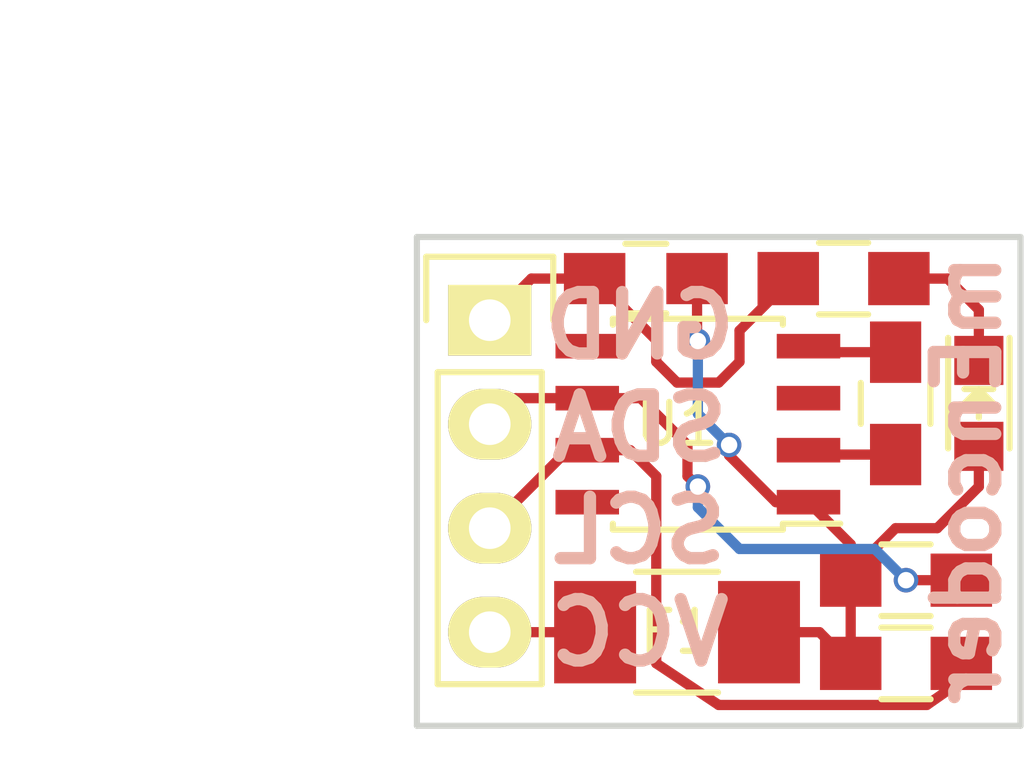
<source format=kicad_pcb>

(kicad_pcb
  (version 4)
  (host pcbnew 4.0.2-stable)
  (general
    (links 15)
    (no_connects 0)
    (area 114.986999 100.508999 129.869001 112.597001)
    (thickness 1.6)
    (drawings 11)
    (tracks 59)
    (zones 0)
    (modules 9)
    (nets 9))
  (page A4)
  (title_block
    (title mEncoder)
    (date 2016-06-24)
    (rev 0.1)
    (company techfortrade))
  (layers
    (0 F.Cu signal)
    (31 B.Cu signal)
    (32 B.Adhes user)
    (33 F.Adhes user)
    (34 B.Paste user)
    (35 F.Paste user)
    (36 B.SilkS user)
    (37 F.SilkS user)
    (38 B.Mask user)
    (39 F.Mask user)
    (40 Dwgs.User user)
    (41 Cmts.User user)
    (42 Eco1.User user)
    (43 Eco2.User user)
    (44 Edge.Cuts user)
    (45 Margin user)
    (46 B.CrtYd user)
    (47 F.CrtYd user)
    (48 B.Fab user)
    (49 F.Fab user))
  (setup
    (last_trace_width 0.25)
    (trace_clearance 0.2)
    (zone_clearance 0.508)
    (zone_45_only no)
    (trace_min 0.2)
    (segment_width 0.2)
    (edge_width 0.15)
    (via_size 0.6)
    (via_drill 0.4)
    (via_min_size 0.7)
    (via_min_drill 0.3)
    (uvia_size 0.3)
    (uvia_drill 0.1)
    (uvias_allowed no)
    (uvia_min_size 0)
    (uvia_min_drill 0)
    (pcb_text_width 0.3)
    (pcb_text_size 1.5 1.5)
    (mod_edge_width 0.15)
    (mod_text_size 1 1)
    (mod_text_width 0.15)
    (pad_size 1.524 1.524)
    (pad_drill 0.762)
    (pad_to_mask_clearance 0.2)
    (aux_axis_origin 0 0)
    (visible_elements FFFEFF7F)
    (pcbplotparams
      (layerselection 0x00030_80000001)
      (usegerberextensions false)
      (excludeedgelayer true)
      (linewidth 0.1)
      (plotframeref false)
      (viasonmask false)
      (mode 1)
      (useauxorigin false)
      (hpglpennumber 1)
      (hpglpenspeed 20)
      (hpglpendiameter 15)
      (hpglpenoverlay 2)
      (psnegative false)
      (psa4output false)
      (plotreference true)
      (plotvalue true)
      (plotinvisibletext false)
      (padsonsilk false)
      (subtractmaskfromsilk false)
      (outputformat 1)
      (mirror false)
      (drillshape 1)
      (scaleselection 1)
      (outputdirectory "")))
  (net 0 "")
  (net 1 "Net-(3V3C1-Pad1)")
  (net 2 "Net-(3V3C1-Pad2)")
  (net 3 VCC)
  (net 4 "Net-(D3-Pad1)")
  (net 5 +5V)
  (net 6 GND)
  (net 7 "Net-(P1-Pad2)")
  (net 8 "Net-(P1-Pad3)")
  (net_class Default "This is the default net class."
    (clearance 0.2)
    (trace_width 0.25)
    (via_dia 0.6)
    (via_drill 0.4)
    (uvia_dia 0.3)
    (uvia_drill 0.1)
    (add_net +5V)
    (add_net GND)
    (add_net "Net-(3V3C1-Pad1)")
    (add_net "Net-(3V3C1-Pad2)")
    (add_net "Net-(D3-Pad1)")
    (add_net "Net-(P1-Pad2)")
    (add_net "Net-(P1-Pad3)")
    (add_net VCC))
  (module Capacitors_SMD:C_0805_HandSoldering
    (layer F.Cu)
    (tedit 576B2923)
    (tstamp 576B25A5)
    (at 126.746 104.648 270)
    (descr "Capacitor SMD 0805, hand soldering")
    (tags "capacitor 0805")
    (path /576B11A4)
    (attr smd)
    (fp_text reference 3V3C1
      (at 0 -2.1 270)
      (layer F.SilkS) hide
      (effects
        (font
          (size 1 1)
          (thickness 0.15))))
    (fp_text value C
      (at 0 2.1 270)
      (layer F.Fab)
      (effects
        (font
          (size 1 1)
          (thickness 0.15))))
    (fp_line
      (start -2.3 -1)
      (end 2.3 -1)
      (layer F.CrtYd)
      (width 0.05))
    (fp_line
      (start -2.3 1)
      (end 2.3 1)
      (layer F.CrtYd)
      (width 0.05))
    (fp_line
      (start -2.3 -1)
      (end -2.3 1)
      (layer F.CrtYd)
      (width 0.05))
    (fp_line
      (start 2.3 -1)
      (end 2.3 1)
      (layer F.CrtYd)
      (width 0.05))
    (fp_line
      (start 0.5 -0.85)
      (end -0.5 -0.85)
      (layer F.SilkS)
      (width 0.15))
    (fp_line
      (start -0.5 0.85)
      (end 0.5 0.85)
      (layer F.SilkS)
      (width 0.15))
    (pad 1 smd rect
      (at -1.25 0 270)
      (size 1.5 1.25)
      (layers F.Cu F.Paste F.Mask)
      (net 1 "Net-(3V3C1-Pad1)"))
    (pad 2 smd rect
      (at 1.25 0 270)
      (size 1.5 1.25)
      (layers F.Cu F.Paste F.Mask)
      (net 2 "Net-(3V3C1-Pad2)"))
    (model Capacitors_SMD.3dshapes/C_0805_HandSoldering.wrl
      (at
        (xyz 0 0 0))
      (scale
        (xyz 1 1 1))
      (rotate
        (xyz 0 0 0))))
  (module LEDs:LED_0805
    (layer F.Cu)
    (tedit 576B2902)
    (tstamp 576B25AB)
    (at 128.778 104.648 270)
    (descr "LED 0805 smd package")
    (tags "LED 0805 SMD")
    (path /576B5906)
    (attr smd)
    (fp_text reference D3
      (at 0 -1.75 270)
      (layer F.SilkS) hide
      (effects
        (font
          (size 1 1)
          (thickness 0.15))))
    (fp_text value LED:POWER
      (at 0 1.75 270)
      (layer F.Fab)
      (effects
        (font
          (size 1 1)
          (thickness 0.15))))
    (fp_line
      (start -1.6 0.75)
      (end 1.1 0.75)
      (layer F.SilkS)
      (width 0.15))
    (fp_line
      (start -1.6 -0.75)
      (end 1.1 -0.75)
      (layer F.SilkS)
      (width 0.15))
    (fp_line
      (start -0.1 0.15)
      (end -0.1 -0.1)
      (layer F.SilkS)
      (width 0.15))
    (fp_line
      (start -0.1 -0.1)
      (end -0.25 0.05)
      (layer F.SilkS)
      (width 0.15))
    (fp_line
      (start -0.35 -0.35)
      (end -0.35 0.35)
      (layer F.SilkS)
      (width 0.15))
    (fp_line
      (start 0 0)
      (end 0.35 0)
      (layer F.SilkS)
      (width 0.15))
    (fp_line
      (start -0.35 0)
      (end 0 -0.35)
      (layer F.SilkS)
      (width 0.15))
    (fp_line
      (start 0 -0.35)
      (end 0 0.35)
      (layer F.SilkS)
      (width 0.15))
    (fp_line
      (start 0 0.35)
      (end -0.35 0)
      (layer F.SilkS)
      (width 0.15))
    (fp_line
      (start 1.9 -0.95)
      (end 1.9 0.95)
      (layer F.CrtYd)
      (width 0.05))
    (fp_line
      (start 1.9 0.95)
      (end -1.9 0.95)
      (layer F.CrtYd)
      (width 0.05))
    (fp_line
      (start -1.9 0.95)
      (end -1.9 -0.95)
      (layer F.CrtYd)
      (width 0.05))
    (fp_line
      (start -1.9 -0.95)
      (end 1.9 -0.95)
      (layer F.CrtYd)
      (width 0.05))
    (pad 2 smd rect
      (at 1.04902 0 90)
      (size 1.19888 1.19888)
      (layers F.Cu F.Paste F.Mask)
      (net 3 VCC))
    (pad 1 smd rect
      (at -1.04902 0 90)
      (size 1.19888 1.19888)
      (layers F.Cu F.Paste F.Mask)
      (net 4 "Net-(D3-Pad1)"))
    (model LEDs.3dshapes/LED_0805.wrl
      (at
        (xyz 0 0 0))
      (scale
        (xyz 1 1 1))
      (rotate
        (xyz 0 0 0))))
  (module Capacitors_SMD:C_1210_HandSoldering
    (layer F.Cu)
    (tedit 576B28C4)
    (tstamp 576B25B1)
    (at 121.412 110.236 180)
    (descr "Capacitor SMD 1210, hand soldering")
    (tags "capacitor 1210")
    (path /576B10C0)
    (attr smd)
    (fp_text reference F1
      (at 0 0 180)
      (layer F.SilkS)
      (effects
        (font
          (size 1 1)
          (thickness 0.15))))
    (fp_text value FP_Small
      (at 0 2.7 180)
      (layer F.Fab)
      (effects
        (font
          (size 1 1)
          (thickness 0.15))))
    (fp_line
      (start -3.3 -1.6)
      (end 3.3 -1.6)
      (layer F.CrtYd)
      (width 0.05))
    (fp_line
      (start -3.3 1.6)
      (end 3.3 1.6)
      (layer F.CrtYd)
      (width 0.05))
    (fp_line
      (start -3.3 -1.6)
      (end -3.3 1.6)
      (layer F.CrtYd)
      (width 0.05))
    (fp_line
      (start 3.3 -1.6)
      (end 3.3 1.6)
      (layer F.CrtYd)
      (width 0.05))
    (fp_line
      (start 1 -1.475)
      (end -1 -1.475)
      (layer F.SilkS)
      (width 0.15))
    (fp_line
      (start -1 1.475)
      (end 1 1.475)
      (layer F.SilkS)
      (width 0.15))
    (pad 1 smd rect
      (at -2 0 180)
      (size 2 2.5)
      (layers F.Cu F.Paste F.Mask)
      (net 3 VCC))
    (pad 2 smd rect
      (at 2 0 180)
      (size 2 2.5)
      (layers F.Cu F.Paste F.Mask)
      (net 5 +5V))
    (model Capacitors_SMD.3dshapes/C_1210_HandSoldering.wrl
      (at
        (xyz 0 0 0))
      (scale
        (xyz 1 1 1))
      (rotate
        (xyz 0 0 0))))
  (module Pin_Headers:Pin_Header_Straight_1x04
    (layer F.Cu)
    (tedit 576D8D3C)
    (tstamp 576B25B9)
    (at 116.84 102.616)
    (descr "Through hole pin header")
    (tags "pin header")
    (path /576B43EC)
    (fp_text reference P1
      (at 0 9.398)
      (layer F.SilkS) hide
      (effects
        (font
          (size 1 1)
          (thickness 0.15))))
    (fp_text value CONN_01X04
      (at 0 -3.1)
      (layer F.Fab)
      (effects
        (font
          (size 1 1)
          (thickness 0.15))))
    (fp_line
      (start -1.75 -1.75)
      (end -1.75 9.4)
      (layer F.CrtYd)
      (width 0.05))
    (fp_line
      (start 1.75 -1.75)
      (end 1.75 9.4)
      (layer F.CrtYd)
      (width 0.05))
    (fp_line
      (start -1.75 -1.75)
      (end 1.75 -1.75)
      (layer F.CrtYd)
      (width 0.05))
    (fp_line
      (start -1.75 9.4)
      (end 1.75 9.4)
      (layer F.CrtYd)
      (width 0.05))
    (fp_line
      (start -1.27 1.27)
      (end -1.27 8.89)
      (layer F.SilkS)
      (width 0.15))
    (fp_line
      (start 1.27 1.27)
      (end 1.27 8.89)
      (layer F.SilkS)
      (width 0.15))
    (fp_line
      (start 1.55 -1.55)
      (end 1.55 0)
      (layer F.SilkS)
      (width 0.15))
    (fp_line
      (start -1.27 8.89)
      (end 1.27 8.89)
      (layer F.SilkS)
      (width 0.15))
    (fp_line
      (start 1.27 1.27)
      (end -1.27 1.27)
      (layer F.SilkS)
      (width 0.15))
    (fp_line
      (start -1.55 0)
      (end -1.55 -1.55)
      (layer F.SilkS)
      (width 0.15))
    (fp_line
      (start -1.55 -1.55)
      (end 1.55 -1.55)
      (layer F.SilkS)
      (width 0.15))
    (pad 1 thru_hole rect
      (at 0 0)
      (size 2.032 1.7272)
      (drill 1.016)
      (layers *.Cu *.Mask F.SilkS)
      (net 6 GND))
    (pad 2 thru_hole oval
      (at 0 2.54)
      (size 2.032 1.7272)
      (drill 1.016)
      (layers *.Cu *.Mask F.SilkS)
      (net 7 "Net-(P1-Pad2)"))
    (pad 3 thru_hole oval
      (at 0 5.08)
      (size 2.032 1.7272)
      (drill 1.016)
      (layers *.Cu *.Mask F.SilkS)
      (net 8 "Net-(P1-Pad3)"))
    (pad 4 thru_hole oval
      (at 0 7.62)
      (size 2.032 1.7272)
      (drill 1.016)
      (layers *.Cu *.Mask F.SilkS)
      (net 5 +5V)))
  (module Capacitors_SMD:C_0805_HandSoldering
    (layer F.Cu)
    (tedit 576B290C)
    (tstamp 576B25BF)
    (at 120.65 101.6 180)
    (descr "Capacitor SMD 0805, hand soldering")
    (tags "capacitor 0805")
    (path /576B1149)
    (attr smd)
    (fp_text reference POWERC1
      (at 0 -2.1 180)
      (layer F.SilkS) hide
      (effects
        (font
          (size 1 1)
          (thickness 0.15))))
    (fp_text value C
      (at 0 2.1 180)
      (layer F.Fab)
      (effects
        (font
          (size 1 1)
          (thickness 0.15))))
    (fp_line
      (start -2.3 -1)
      (end 2.3 -1)
      (layer F.CrtYd)
      (width 0.05))
    (fp_line
      (start -2.3 1)
      (end 2.3 1)
      (layer F.CrtYd)
      (width 0.05))
    (fp_line
      (start -2.3 -1)
      (end -2.3 1)
      (layer F.CrtYd)
      (width 0.05))
    (fp_line
      (start 2.3 -1)
      (end 2.3 1)
      (layer F.CrtYd)
      (width 0.05))
    (fp_line
      (start 0.5 -0.85)
      (end -0.5 -0.85)
      (layer F.SilkS)
      (width 0.15))
    (fp_line
      (start -0.5 0.85)
      (end 0.5 0.85)
      (layer F.SilkS)
      (width 0.15))
    (pad 1 smd rect
      (at -1.25 0 180)
      (size 1.5 1.25)
      (layers F.Cu F.Paste F.Mask)
      (net 3 VCC))
    (pad 2 smd rect
      (at 1.25 0 180)
      (size 1.5 1.25)
      (layers F.Cu F.Paste F.Mask)
      (net 6 GND))
    (model Capacitors_SMD.3dshapes/C_0805_HandSoldering.wrl
      (at
        (xyz 0 0 0))
      (scale
        (xyz 1 1 1))
      (rotate
        (xyz 0 0 0))))
  (module Resistors_SMD:R_0805_HandSoldering
    (layer F.Cu)
    (tedit 576B291A)
    (tstamp 576B25C5)
    (at 125.476 101.6 180)
    (descr "Resistor SMD 0805, hand soldering")
    (tags "resistor 0805")
    (path /576B240D)
    (attr smd)
    (fp_text reference R5
      (at 0 -2.1 180)
      (layer F.SilkS) hide
      (effects
        (font
          (size 1 1)
          (thickness 0.15))))
    (fp_text value PWR
      (at 0 2.1 180)
      (layer F.Fab)
      (effects
        (font
          (size 1 1)
          (thickness 0.15))))
    (fp_line
      (start -2.4 -1)
      (end 2.4 -1)
      (layer F.CrtYd)
      (width 0.05))
    (fp_line
      (start -2.4 1)
      (end 2.4 1)
      (layer F.CrtYd)
      (width 0.05))
    (fp_line
      (start -2.4 -1)
      (end -2.4 1)
      (layer F.CrtYd)
      (width 0.05))
    (fp_line
      (start 2.4 -1)
      (end 2.4 1)
      (layer F.CrtYd)
      (width 0.05))
    (fp_line
      (start 0.6 0.875)
      (end -0.6 0.875)
      (layer F.SilkS)
      (width 0.15))
    (fp_line
      (start -0.6 -0.875)
      (end 0.6 -0.875)
      (layer F.SilkS)
      (width 0.15))
    (pad 1 smd rect
      (at -1.35 0 180)
      (size 1.5 1.3)
      (layers F.Cu F.Paste F.Mask)
      (net 4 "Net-(D3-Pad1)"))
    (pad 2 smd rect
      (at 1.35 0 180)
      (size 1.5 1.3)
      (layers F.Cu F.Paste F.Mask)
      (net 6 GND))
    (model Resistors_SMD.3dshapes/R_0805_HandSoldering.wrl
      (at
        (xyz 0 0 0))
      (scale
        (xyz 1 1 1))
      (rotate
        (xyz 0 0 0))))
  (module Resistors_SMD:R_0805_HandSoldering
    (layer F.Cu)
    (tedit 576B28E7)
    (tstamp 576B25CB)
    (at 127 110.998)
    (descr "Resistor SMD 0805, hand soldering")
    (tags "resistor 0805")
    (path /576B122C)
    (attr smd)
    (fp_text reference SCLUP1
      (at 0 -2.1)
      (layer F.SilkS) hide
      (effects
        (font
          (size 1 1)
          (thickness 0.15))))
    (fp_text value R
      (at 0 2.1)
      (layer F.Fab)
      (effects
        (font
          (size 1 1)
          (thickness 0.15))))
    (fp_line
      (start -2.4 -1)
      (end 2.4 -1)
      (layer F.CrtYd)
      (width 0.05))
    (fp_line
      (start -2.4 1)
      (end 2.4 1)
      (layer F.CrtYd)
      (width 0.05))
    (fp_line
      (start -2.4 -1)
      (end -2.4 1)
      (layer F.CrtYd)
      (width 0.05))
    (fp_line
      (start 2.4 -1)
      (end 2.4 1)
      (layer F.CrtYd)
      (width 0.05))
    (fp_line
      (start 0.6 0.875)
      (end -0.6 0.875)
      (layer F.SilkS)
      (width 0.15))
    (fp_line
      (start -0.6 -0.875)
      (end 0.6 -0.875)
      (layer F.SilkS)
      (width 0.15))
    (pad 1 smd rect
      (at -1.35 0)
      (size 1.5 1.3)
      (layers F.Cu F.Paste F.Mask)
      (net 3 VCC))
    (pad 2 smd rect
      (at 1.35 0)
      (size 1.5 1.3)
      (layers F.Cu F.Paste F.Mask)
      (net 8 "Net-(P1-Pad3)"))
    (model Resistors_SMD.3dshapes/R_0805_HandSoldering.wrl
      (at
        (xyz 0 0 0))
      (scale
        (xyz 1 1 1))
      (rotate
        (xyz 0 0 0))))
  (module Resistors_SMD:R_0805_HandSoldering
    (layer F.Cu)
    (tedit 576B28FC)
    (tstamp 576B25D1)
    (at 127 108.966)
    (descr "Resistor SMD 0805, hand soldering")
    (tags "resistor 0805")
    (path /576B127F)
    (attr smd)
    (fp_text reference SDAUP1
      (at 0 -2.1)
      (layer F.SilkS) hide
      (effects
        (font
          (size 1 1)
          (thickness 0.15))))
    (fp_text value R
      (at 0 2.1)
      (layer F.Fab)
      (effects
        (font
          (size 1 1)
          (thickness 0.15))))
    (fp_line
      (start -2.4 -1)
      (end 2.4 -1)
      (layer F.CrtYd)
      (width 0.05))
    (fp_line
      (start -2.4 1)
      (end 2.4 1)
      (layer F.CrtYd)
      (width 0.05))
    (fp_line
      (start -2.4 -1)
      (end -2.4 1)
      (layer F.CrtYd)
      (width 0.05))
    (fp_line
      (start 2.4 -1)
      (end 2.4 1)
      (layer F.CrtYd)
      (width 0.05))
    (fp_line
      (start 0.6 0.875)
      (end -0.6 0.875)
      (layer F.SilkS)
      (width 0.15))
    (fp_line
      (start -0.6 -0.875)
      (end 0.6 -0.875)
      (layer F.SilkS)
      (width 0.15))
    (pad 1 smd rect
      (at -1.35 0)
      (size 1.5 1.3)
      (layers F.Cu F.Paste F.Mask)
      (net 3 VCC))
    (pad 2 smd rect
      (at 1.35 0)
      (size 1.5 1.3)
      (layers F.Cu F.Paste F.Mask)
      (net 7 "Net-(P1-Pad2)"))
    (model Resistors_SMD.3dshapes/R_0805_HandSoldering.wrl
      (at
        (xyz 0 0 0))
      (scale
        (xyz 1 1 1))
      (rotate
        (xyz 0 0 0))))
  (module Housings_SOIC:SOIC-8_3.9x4.9mm_Pitch1.27mm
    (layer F.Cu)
    (tedit 576B28C8)
    (tstamp 576B25DD)
    (at 121.92 105.156 180)
    (descr "8-Lead Plastic Small Outline (SN) - Narrow, 3.90 mm Body [SOIC] (see Microchip Packaging Specification 00000049BS.pdf)")
    (tags "SOIC 1.27")
    (path /576B001D)
    (attr smd)
    (fp_text reference U1
      (at 0.508 0 180)
      (layer F.SilkS)
      (effects
        (font
          (size 1 1)
          (thickness 0.15))))
    (fp_text value AS5601
      (at 0 3.5 180)
      (layer F.Fab)
      (effects
        (font
          (size 1 1)
          (thickness 0.15))))
    (fp_line
      (start -3.75 -2.75)
      (end -3.75 2.75)
      (layer F.CrtYd)
      (width 0.05))
    (fp_line
      (start 3.75 -2.75)
      (end 3.75 2.75)
      (layer F.CrtYd)
      (width 0.05))
    (fp_line
      (start -3.75 -2.75)
      (end 3.75 -2.75)
      (layer F.CrtYd)
      (width 0.05))
    (fp_line
      (start -3.75 2.75)
      (end 3.75 2.75)
      (layer F.CrtYd)
      (width 0.05))
    (fp_line
      (start -2.075 -2.575)
      (end -2.075 -2.43)
      (layer F.SilkS)
      (width 0.15))
    (fp_line
      (start 2.075 -2.575)
      (end 2.075 -2.43)
      (layer F.SilkS)
      (width 0.15))
    (fp_line
      (start 2.075 2.575)
      (end 2.075 2.43)
      (layer F.SilkS)
      (width 0.15))
    (fp_line
      (start -2.075 2.575)
      (end -2.075 2.43)
      (layer F.SilkS)
      (width 0.15))
    (fp_line
      (start -2.075 -2.575)
      (end 2.075 -2.575)
      (layer F.SilkS)
      (width 0.15))
    (fp_line
      (start -2.075 2.575)
      (end 2.075 2.575)
      (layer F.SilkS)
      (width 0.15))
    (fp_line
      (start -2.075 -2.43)
      (end -3.475 -2.43)
      (layer F.SilkS)
      (width 0.15))
    (pad 1 smd rect
      (at -2.7 -1.905 180)
      (size 1.55 0.6)
      (layers F.Cu F.Paste F.Mask)
      (net 3 VCC))
    (pad 2 smd rect
      (at -2.7 -0.635 180)
      (size 1.55 0.6)
      (layers F.Cu F.Paste F.Mask)
      (net 2 "Net-(3V3C1-Pad2)"))
    (pad 3 smd rect
      (at -2.7 0.635 180)
      (size 1.55 0.6)
      (layers F.Cu F.Paste F.Mask))
    (pad 4 smd rect
      (at -2.7 1.905 180)
      (size 1.55 0.6)
      (layers F.Cu F.Paste F.Mask)
      (net 1 "Net-(3V3C1-Pad1)"))
    (pad 5 smd rect
      (at 2.7 1.905 180)
      (size 1.55 0.6)
      (layers F.Cu F.Paste F.Mask))
    (pad 6 smd rect
      (at 2.7 0.635 180)
      (size 1.55 0.6)
      (layers F.Cu F.Paste F.Mask)
      (net 7 "Net-(P1-Pad2)"))
    (pad 7 smd rect
      (at 2.7 -0.635 180)
      (size 1.55 0.6)
      (layers F.Cu F.Paste F.Mask)
      (net 8 "Net-(P1-Pad3)"))
    (pad 8 smd rect
      (at 2.7 -1.905 180)
      (size 1.55 0.6)
      (layers F.Cu F.Paste F.Mask))
    (model Housings_SOIC.3dshapes/SOIC-8_3.9x4.9mm_Pitch1.27mm.wrl
      (at
        (xyz 0 0 0))
      (scale
        (xyz 1 1 1))
      (rotate
        (xyz 0 0 0))))
  (dimension 11.938
    (width 0.3)
    (layer Dwgs.User)
    (gr_text "11.938 mm"
      (at 108.458 106.68 270)
      (layer Dwgs.User)
      (effects
        (font
          (size 1.5 1.5)
          (thickness 0.3))))
    (feature1
      (pts
        (xy 115.062 112.522)
        (xy 109.822 112.522)))
    (feature2
      (pts
        (xy 115.062 100.584)
        (xy 109.822 100.584)))
    (crossbar
      (pts
        (xy 112.522 100.584)
        (xy 112.522 112.522)))
    (arrow1a
      (pts
        (xy 112.522 112.522)
        (xy 111.935579 111.395496)))
    (arrow1b
      (pts
        (xy 112.522 112.522)
        (xy 113.108421 111.395496)))
    (arrow2a
      (pts
        (xy 112.522 100.584)
        (xy 111.935579 101.710504)))
    (arrow2b
      (pts
        (xy 112.522 100.584)
        (xy 113.108421 101.710504))))
  (dimension 14.75
    (width 0.3)
    (layer Dwgs.User)
    (gr_text "14.750 mm"
      (at 122.428 93.98)
      (layer Dwgs.User)
      (effects
        (font
          (size 1.5 1.5)
          (thickness 0.3))))
    (feature1
      (pts
        (xy 129.75 100.5)
        (xy 129.75 95.3)))
    (feature2
      (pts
        (xy 115 100.5)
        (xy 115 95.3)))
    (crossbar
      (pts
        (xy 115 98)
        (xy 129.75 98)))
    (arrow1a
      (pts
        (xy 129.75 98)
        (xy 128.623496 98.586421)))
    (arrow1b
      (pts
        (xy 129.75 98)
        (xy 128.623496 97.413579)))
    (arrow2a
      (pts
        (xy 115 98)
        (xy 116.126504 98.586421)))
    (arrow2b
      (pts
        (xy 115 98)
        (xy 116.126504 97.413579))))
  (gr_line
    (start 115.062 112.522)
    (end 115.062 100.584)
    (angle 90)
    (layer Edge.Cuts)
    (width 0.15))
  (gr_line
    (start 129.794 112.522)
    (end 129.794 100.584)
    (angle 90)
    (layer Edge.Cuts)
    (width 0.15))
  (gr_line
    (start 115.062 100.584)
    (end 129.794 100.584)
    (angle 90)
    (layer Edge.Cuts)
    (width 0.15))
  (gr_line
    (start 129.794 112.522)
    (end 115.062 112.522)
    (angle 90)
    (layer Edge.Cuts)
    (width 0.15))
  (gr_text VCC
    (at 120.5 110.25)
    (layer B.SilkS)
    (effects
      (font
        (size 1.5 1.5)
        (thickness 0.3))
      (justify mirror)))
  (gr_text SCL
    (at 120.5 107.75)
    (layer B.SilkS)
    (effects
      (font
        (size 1.5 1.5)
        (thickness 0.3))
      (justify mirror)))
  (gr_text SDA
    (at 120.5 105.25)
    (layer B.SilkS)
    (effects
      (font
        (size 1.5 1.5)
        (thickness 0.3))
      (justify mirror)))
  (gr_text GND
    (at 120.5 102.75)
    (layer B.SilkS)
    (effects
      (font
        (size 1.5 1.5)
        (thickness 0.3))
      (justify mirror)))
  (gr_text mEncoder
    (at 128.5 106.5 90)
    (layer B.SilkS)
    (effects
      (font
        (size 1.5 1.5)
        (thickness 0.3))
      (justify mirror)))
  (segment
    (start 126.746 103.398)
    (end 124.767 103.398)
    (width 0.25)
    (layer F.Cu)
    (net 1))
  (segment
    (start 124.767 103.398)
    (end 124.62 103.251)
    (width 0.25)
    (layer F.Cu)
    (net 1)
    (tstamp 576B289F))
  (segment
    (start 126.746 105.898)
    (end 124.727 105.898)
    (width 0.25)
    (layer F.Cu)
    (net 2))
  (segment
    (start 124.727 105.898)
    (end 124.62 105.791)
    (width 0.25)
    (layer F.Cu)
    (net 2)
    (tstamp 576B289C))
  (segment
    (start 124.62 107.061)
    (end 123.825 107.061)
    (width 0.25)
    (layer F.Cu)
    (net 3))
  (segment
    (start 121.9 103.104)
    (end 121.9 101.6)
    (width 0.25)
    (layer F.Cu)
    (net 3)
    (tstamp 576B28A9))
  (segment
    (start 121.92 103.124)
    (end 121.9 103.104)
    (width 0.25)
    (layer F.Cu)
    (net 3)
    (tstamp 576B28A8))
  (segment
    (start 121.92 104.902)
    (end 121.92 103.124)
    (width 0.25)
    (layer B.Cu)
    (net 3)
    (tstamp 576B28A6))
  (segment
    (start 122.682 105.664)
    (end 121.92 104.902)
    (width 0.25)
    (layer B.Cu)
    (net 3)
    (tstamp 576B28A5))
  (segment
    (start 122.682 105.918)
    (end 122.682 105.664)
    (width 0.25)
    (layer F.Cu)
    (net 3)
    (tstamp 576B28A3))
  (segment
    (start 123.825 107.061)
    (end 122.682 105.918)
    (width 0.25)
    (layer F.Cu)
    (net 3)
    (tstamp 576B28A2))
  (segment
    (start 125.65 108.966)
    (end 125.65 108.792)
    (width 0.25)
    (layer F.Cu)
    (net 3))
  (segment
    (start 125.65 108.792)
    (end 126.746 107.696)
    (width 0.25)
    (layer F.Cu)
    (net 3)
    (tstamp 576B2894))
  (segment
    (start 128.778 106.68)
    (end 128.778 105.69702)
    (width 0.25)
    (layer F.Cu)
    (net 3)
    (tstamp 576B2899))
  (segment
    (start 127.762 107.696)
    (end 128.778 106.68)
    (width 0.25)
    (layer F.Cu)
    (net 3)
    (tstamp 576B2897))
  (segment
    (start 126.746 107.696)
    (end 127.762 107.696)
    (width 0.25)
    (layer F.Cu)
    (net 3)
    (tstamp 576B2895))
  (segment
    (start 125.65 108.966)
    (end 125.65 108.091)
    (width 0.25)
    (layer F.Cu)
    (net 3))
  (segment
    (start 125.65 108.091)
    (end 124.62 107.061)
    (width 0.25)
    (layer F.Cu)
    (net 3)
    (tstamp 576B2883))
  (segment
    (start 125.65 110.998)
    (end 125.65 108.966)
    (width 0.25)
    (layer F.Cu)
    (net 3))
  (segment
    (start 123.412 110.236)
    (end 124.888 110.236)
    (width 0.25)
    (layer F.Cu)
    (net 3))
  (segment
    (start 124.888 110.236)
    (end 125.65 110.998)
    (width 0.25)
    (layer F.Cu)
    (net 3)
    (tstamp 576B287E))
  (segment
    (start 128.778 103.59898)
    (end 128.778 102.362)
    (width 0.25)
    (layer F.Cu)
    (net 4))
  (segment
    (start 128.016 101.6)
    (end 126.826 101.6)
    (width 0.25)
    (layer F.Cu)
    (net 4)
    (tstamp 576B288A))
  (segment
    (start 128.778 102.362)
    (end 128.016 101.6)
    (width 0.25)
    (layer F.Cu)
    (net 4)
    (tstamp 576B2889))
  (segment
    (start 119.412 110.236)
    (end 116.84 110.236)
    (width 0.25)
    (layer F.Cu)
    (net 5))
  (segment
    (start 124.126 101.6)
    (end 124.126 101.68)
    (width 0.25)
    (layer F.Cu)
    (net 6))
  (segment
    (start 124.126 101.68)
    (end 122.936 102.87)
    (width 0.25)
    (layer F.Cu)
    (net 6)
    (tstamp 576B28AC))
  (segment
    (start 122.936 102.87)
    (end 122.936 103.632)
    (width 0.25)
    (layer F.Cu)
    (net 6)
    (tstamp 576B28AD))
  (segment
    (start 122.936 103.632)
    (end 122.428 104.14)
    (width 0.25)
    (layer F.Cu)
    (net 6)
    (tstamp 576B28AF))
  (segment
    (start 122.428 104.14)
    (end 121.412 104.14)
    (width 0.25)
    (layer F.Cu)
    (net 6)
    (tstamp 576B28B0))
  (segment
    (start 121.412 104.14)
    (end 120.904 103.632)
    (width 0.25)
    (layer F.Cu)
    (net 6)
    (tstamp 576B28B1))
  (segment
    (start 120.904 103.632)
    (end 120.904 103.104)
    (width 0.25)
    (layer F.Cu)
    (net 6)
    (tstamp 576B28B2))
  (segment
    (start 120.904 103.104)
    (end 119.4 101.6)
    (width 0.25)
    (layer F.Cu)
    (net 6)
    (tstamp 576B28B3))
  (segment
    (start 119.4 101.6)
    (end 117.856 101.6)
    (width 0.25)
    (layer F.Cu)
    (net 6))
  (segment
    (start 117.856 101.6)
    (end 116.84 102.616)
    (width 0.25)
    (layer F.Cu)
    (net 6)
    (tstamp 576B2878))
  (segment
    (start 119.22 104.521)
    (end 117.475 104.521)
    (width 0.25)
    (layer F.Cu)
    (net 7))
  (segment
    (start 117.475 104.521)
    (end 116.84 105.156)
    (width 0.25)
    (layer F.Cu)
    (net 7)
    (tstamp 576B2875))
  (segment
    (start 128.35 108.966)
    (end 127 108.966)
    (width 0.25)
    (layer F.Cu)
    (net 7))
  (segment
    (start 120.523 104.521)
    (end 119.22 104.521)
    (width 0.25)
    (layer F.Cu)
    (net 7)
    (tstamp 576B286E))
  (segment
    (start 121.666 105.664)
    (end 120.523 104.521)
    (width 0.25)
    (layer F.Cu)
    (net 7)
    (tstamp 576B286D))
  (segment
    (start 121.666 106.426)
    (end 121.666 105.664)
    (width 0.25)
    (layer F.Cu)
    (net 7)
    (tstamp 576B286C))
  (segment
    (start 121.92 106.68)
    (end 121.666 106.426)
    (width 0.25)
    (layer F.Cu)
    (net 7)
    (tstamp 576B286B))
  (segment
    (start 121.92 107.188)
    (end 121.92 106.68)
    (width 0.25)
    (layer B.Cu)
    (net 7)
    (tstamp 576B2868))
  (segment
    (start 122.936 108.204)
    (end 121.92 107.188)
    (width 0.25)
    (layer B.Cu)
    (net 7)
    (tstamp 576B2866))
  (segment
    (start 126.238 108.204)
    (end 122.936 108.204)
    (width 0.25)
    (layer B.Cu)
    (net 7)
    (tstamp 576B2865))
  (segment
    (start 127 108.966)
    (end 126.238 108.204)
    (width 0.25)
    (layer B.Cu)
    (net 7)
    (tstamp 576B2864))
  (segment
    (start 119.22 105.791)
    (end 118.745 105.791)
    (width 0.25)
    (layer F.Cu)
    (net 8))
  (segment
    (start 118.745 105.791)
    (end 116.84 107.696)
    (width 0.25)
    (layer F.Cu)
    (net 8)
    (tstamp 576B2872))
  (segment
    (start 128.35 110.998)
    (end 128.35 111.426)
    (width 0.25)
    (layer F.Cu)
    (net 8))
  (segment
    (start 128.35 111.426)
    (end 127.508 112.014)
    (width 0.25)
    (layer F.Cu)
    (net 8)
    (tstamp 576B2854))
  (segment
    (start 127.508 112.014)
    (end 122.428 112.014)
    (width 0.25)
    (layer F.Cu)
    (net 8)
    (tstamp 576B2855))
  (segment
    (start 122.428 112.014)
    (end 120.904 110.998)
    (width 0.25)
    (layer F.Cu)
    (net 8)
    (tstamp 576B2856))
  (segment
    (start 120.904 110.998)
    (end 120.904 106.426)
    (width 0.25)
    (layer F.Cu)
    (net 8)
    (tstamp 576B2857))
  (segment
    (start 120.904 106.426)
    (end 120.269 105.791)
    (width 0.25)
    (layer F.Cu)
    (net 8)
    (tstamp 576B2859))
  (segment
    (start 120.269 105.791)
    (end 119.22 105.791)
    (width 0.25)
    (layer F.Cu)
    (net 8)
    (tstamp 576B285A))
  (via
    (at 121.92 103.124)
    (size 0.6)
    (drill 0.4)
    (layers F.Cu B.Cu)
    (net 3))
  (via
    (at 122.682 105.664)
    (size 0.6)
    (drill 0.4)
    (layers F.Cu B.Cu)
    (net 3))
  (via
    (at 121.92 106.68)
    (size 0.6)
    (drill 0.4)
    (layers F.Cu B.Cu)
    (net 7))
  (via
    (at 127 108.966)
    (size 0.6)
    (drill 0.4)
    (layers F.Cu B.Cu)
    (net 7)))
</source>
